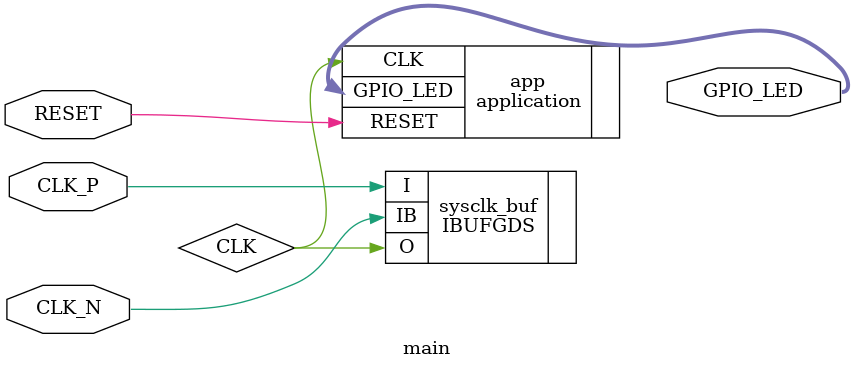
<source format=v>
module main#(parameter SIMULATION=0, DELAY=1)
(input RESET, CLK_P, CLK_N, output[7:0] GPIO_LED);
`include "function.v"
  IBUFGDS sysclk_buf(.I(CLK_P), .IB(CLK_N), .O(CLK));
  application#(.DELAY(DELAY))
    app(.CLK(CLK), .RESET(RESET), .GPIO_LED(GPIO_LED));
endmodule

</source>
